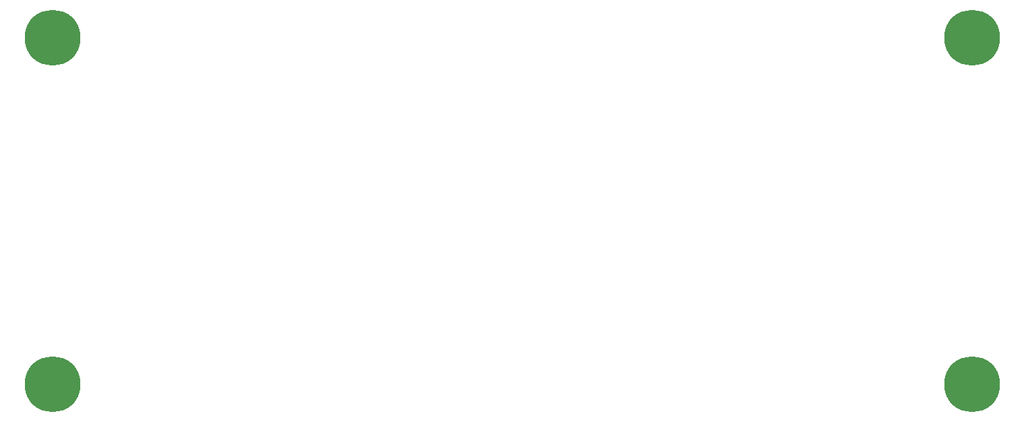
<source format=gbs>
G04 #@! TF.GenerationSoftware,KiCad,Pcbnew,(5.1.9)-1*
G04 #@! TF.CreationDate,2022-01-12T11:11:23-07:00*
G04 #@! TF.ProjectId,KiCAD_Front_Plate_02,4b694341-445f-4467-926f-6e745f506c61,rev?*
G04 #@! TF.SameCoordinates,Original*
G04 #@! TF.FileFunction,Soldermask,Bot*
G04 #@! TF.FilePolarity,Negative*
%FSLAX46Y46*%
G04 Gerber Fmt 4.6, Leading zero omitted, Abs format (unit mm)*
G04 Created by KiCad (PCBNEW (5.1.9)-1) date 2022-01-12 11:11:23*
%MOMM*%
%LPD*%
G01*
G04 APERTURE LIST*
%ADD10C,7.000000*%
G04 APERTURE END LIST*
D10*
X4650000Y-3700000D03*
X120150000Y-3700000D03*
X120150000Y-47200000D03*
X4650000Y-47200000D03*
M02*

</source>
